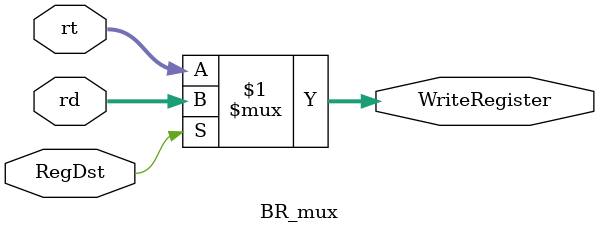
<source format=v>
`timescale 1ns/1ns
module BR_mux(
    input [4:0] rt,
    input [4:0] rd,
    input RegDst, // para elegir rt o rd
    output [4:0] WriteRegister
);

assign WriteRegister = RegDst ? rd : rt;

endmodule
</source>
